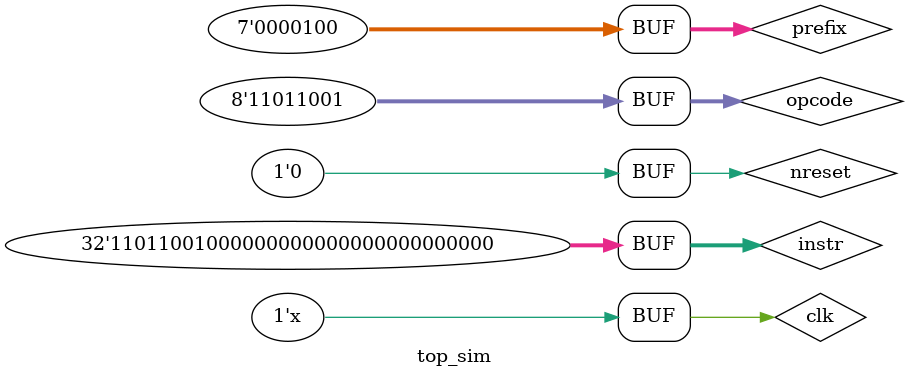
<source format=v>
`timescale 1ns / 1ps

module top_sim(

    );
    
    reg clk;
    reg nreset;
    // Module: control/execute.v
    wire nextM;
    wire setM1;
    wire fFetch;
    wire fMRead;
    wire fMWrite;
    wire fIORead;
    wire fIOWrite;
    
    wire hold_clk_iorq;
    wire hold_clk_wait;
    wire iorq_Tw;
    wire busack;
    wire pin_control_oe;
    wire hold_clk_busrq;
    wire nhold_clk_wait;
    
    wire [104:0] pla;
    
    reg [6:0] prefix;      
    wire [7:0] opcode;
    reg [31:0] instr;   // Full instruction
    assign opcode = instr[31:24];
    
    wire M1;
    wire M2;
    wire M3;
    wire M4;
    wire M5;
    wire T1;
    wire T2;
    wire T3;
    wire T4;
    wire T5;
    wire T6;
    wire timings_en;
    
clk_delay clk_delay_(
    .clk (clk),
    .in_intr (in_intr),
    .nreset (nreset),
    .T1 (T1),
    .latch_wait (latch_wait),
    .mwait (mwait),
    .M1 (M1),
    .busrq (busrq),
    .setM1 (setM1),
    .hold_clk_iorq (hold_clk_iorq),
    .hold_clk_wait (hold_clk_wait),
    .iorq_Tw (iorq_Tw),
    .busack (busack),
    .pin_control_oe (pin_control_oe),
    .hold_clk_busrq (hold_clk_busrq)
    );

pla_decode pla_decode_(
    .prefix (prefix),
    .opcode (opcode),
    .pla (pla)
);

//assign prefix = { ~use_ixiy, use_ixiy, ~in_halt, in_alu, table_xx, table_cb, table_ed };

    
    
execute execute_(
    .instr(instr),
    .clk(clk),
    .nextM (nextM),
    .setM1 (setM1),
    .fFetch (fFetch),
    .fMRead (fMRead),
    .fMWrite (fMWrite),
    .fIORead (fIORead),
    .fIOWrite (fIOWrite),
    .pla (pla),
    .in_intr (in_intr),
    .in_nmi (in_nmi),
    .in_halt (in_halt),
    .im1 (im1),
    .im2 (im2),
    .use_ixiy (use_ixiy),
    .flags_cond_true (flags_cond_true),
    .repeat_en (repeat_en),
    .flags_zf (flags_zf),
    .flags_nf (flags_nf),
    .flags_sf (flags_sf),
    .flags_cf (flags_cf),
    .M1 (M1),
    .M2 (M2),
    .M3 (M3),
    .M4 (M4),
    .M5 (M5),
    .T1 (T1),
    .T2 (T2),
    .T3 (T3),
    .T4 (T4),
    .T5 (T5),
    .T6 (T6)
);

sequencer sequencer_(
    .clk (clk),
    .nextM (nextM),
    .setM1 (setM1),
    .nreset (nreset),
    .hold_clk_iorq (hold_clk_iorq),
    .hold_clk_wait (hold_clk_wait),
    .hold_clk_busrq (hold_clk_busrq),
    .M1 (M1),
    .M2 (M2),
    .M3 (M3),
    .M4 (M4),
    .M5 (M5),
    .T1 (T1),
    .T2 (T2),
    .T3 (T3),
    .T4 (T4),
    .T5 (T5),
    .T6 (T6),
    .timings_en (timings_en)
);



always begin 
    #1 clk = ~clk;
end

initial begin
    clk = 0;
    nreset = 0;
    #10
    nreset = 1;
    #6 
    prefix = 7'b0000100;        // turns on PLA[17] and ~PLA[50] for ld r.n
    instr = {16'h0605, 16'h00}; // ld B, 5
    #65
    nreset = 0;
    #50
    nreset = 1;
    prefix = 7'b0000100;        // turns on PLA[17] and ~PLA[50] for ld r.n
    instr = {16'h0E11, 16'h00}; // ld B, 5
    #65
    nreset = 0;
    #50
    nreset = 1;
    prefix = 7'b0000100;        // turns on PLA[1] for exx
    instr = {8'hD9, 24'h00};   //EXX
    #60 
    nreset = 0;

    
    
    
    
end
endmodule

</source>
